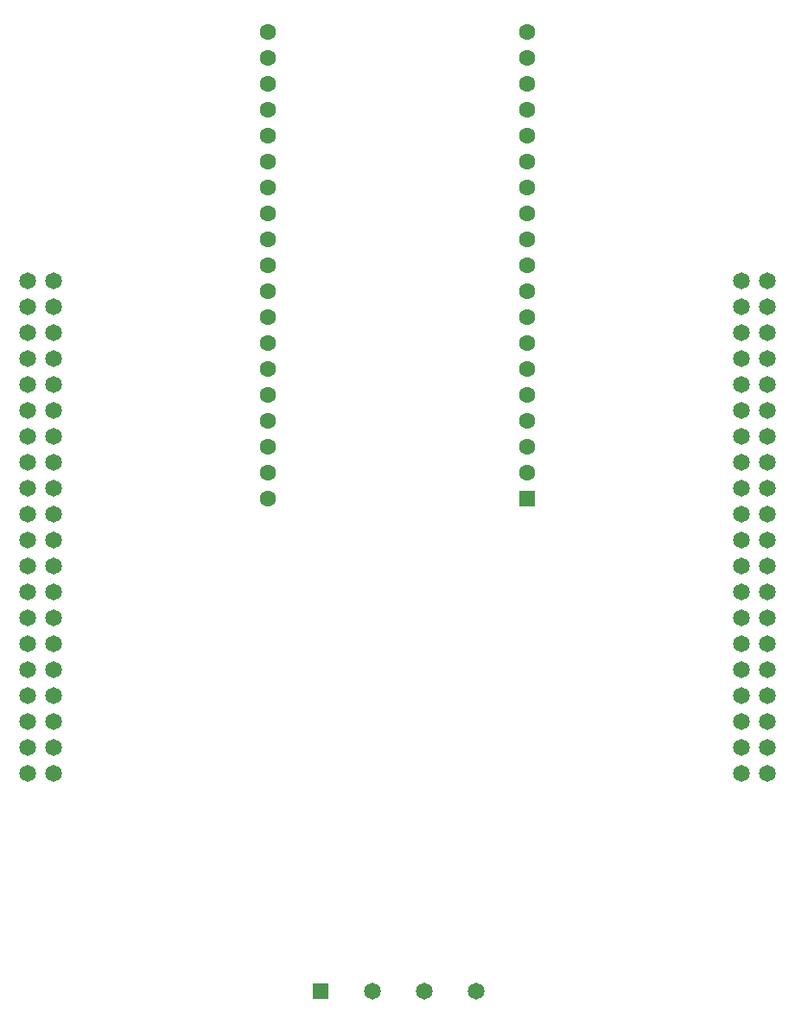
<source format=gbr>
%TF.GenerationSoftware,KiCad,Pcbnew,(5.1.9)-1*%
%TF.CreationDate,2021-10-25T22:56:29-04:00*%
%TF.ProjectId,ESP backpack,45535020-6261-4636-9b70-61636b2e6b69,rev?*%
%TF.SameCoordinates,Original*%
%TF.FileFunction,Soldermask,Bot*%
%TF.FilePolarity,Negative*%
%FSLAX46Y46*%
G04 Gerber Fmt 4.6, Leading zero omitted, Abs format (unit mm)*
G04 Created by KiCad (PCBNEW (5.1.9)-1) date 2021-10-25 22:56:29*
%MOMM*%
%LPD*%
G01*
G04 APERTURE LIST*
%ADD10R,1.560000X1.560000*%
%ADD11C,1.600000*%
%ADD12C,1.651000*%
%ADD13R,1.650000X1.650000*%
%ADD14C,1.650000*%
G04 APERTURE END LIST*
D10*
%TO.C,U1*%
X62700000Y-47260000D03*
D11*
X62700000Y-44720000D03*
X62700000Y-1540000D03*
X62700000Y-42180000D03*
X62700000Y-39640000D03*
X62700000Y-37100000D03*
X62700000Y-34560000D03*
X62700000Y-32020000D03*
X62700000Y-29480000D03*
X62700000Y-26940000D03*
X62700000Y-24400000D03*
X62700000Y-21860000D03*
X62700000Y-19320000D03*
X62700000Y-16780000D03*
X62700000Y-14240000D03*
X62700000Y-11700000D03*
X62700000Y-9160000D03*
X62700000Y-6620000D03*
X62700000Y-4080000D03*
X37300000Y-47260000D03*
X37300000Y-44720000D03*
X37300000Y-42180000D03*
X37300000Y-39640000D03*
X37300000Y-37100000D03*
X37300000Y-34560000D03*
X37300000Y-32020000D03*
X37300000Y-29480000D03*
X37300000Y-26940000D03*
X37300000Y-24400000D03*
X37300000Y-21860000D03*
X37300000Y-19320000D03*
X37300000Y-16780000D03*
X37300000Y-14240000D03*
X37300000Y-11700000D03*
X37300000Y-9160000D03*
X37300000Y-6620000D03*
X37300000Y-4080000D03*
X37300000Y-1540000D03*
%TD*%
D12*
%TO.C,J1*%
X16270000Y-74130000D03*
X13730000Y-74130000D03*
X16270000Y-71590000D03*
X13730000Y-71590000D03*
X16270000Y-69050000D03*
X13730000Y-69050000D03*
X16270000Y-66510000D03*
X13730000Y-66510000D03*
X16270000Y-63970000D03*
X13730000Y-63970000D03*
X16270000Y-61430000D03*
X13730000Y-61430000D03*
X16270000Y-58890000D03*
X13730000Y-58890000D03*
X16270000Y-56350000D03*
X13730000Y-56350000D03*
X16270000Y-53810000D03*
X13730000Y-53810000D03*
X16270000Y-51270000D03*
X13730000Y-51270000D03*
X16270000Y-48730000D03*
X13730000Y-48730000D03*
X16270000Y-46190000D03*
X13730000Y-46190000D03*
X16270000Y-43650000D03*
X13730000Y-43650000D03*
X16270000Y-41110000D03*
X13730000Y-41110000D03*
X16270000Y-38570000D03*
X13730000Y-38570000D03*
X16270000Y-36030000D03*
X13730000Y-36030000D03*
X16270000Y-33490000D03*
X13730000Y-33490000D03*
X16270000Y-30950000D03*
X13730000Y-30950000D03*
X16270000Y-28410000D03*
X13730000Y-28410000D03*
X16270000Y-25870000D03*
X13730000Y-25870000D03*
%TD*%
%TO.C,J2*%
X83730000Y-25870000D03*
X86270000Y-25870000D03*
X83730000Y-28410000D03*
X86270000Y-28410000D03*
X83730000Y-30950000D03*
X86270000Y-30950000D03*
X83730000Y-33490000D03*
X86270000Y-33490000D03*
X83730000Y-36030000D03*
X86270000Y-36030000D03*
X83730000Y-38570000D03*
X86270000Y-38570000D03*
X83730000Y-41110000D03*
X86270000Y-41110000D03*
X83730000Y-43650000D03*
X86270000Y-43650000D03*
X83730000Y-46190000D03*
X86270000Y-46190000D03*
X83730000Y-48730000D03*
X86270000Y-48730000D03*
X83730000Y-51270000D03*
X86270000Y-51270000D03*
X83730000Y-53810000D03*
X86270000Y-53810000D03*
X83730000Y-56350000D03*
X86270000Y-56350000D03*
X83730000Y-58890000D03*
X86270000Y-58890000D03*
X83730000Y-61430000D03*
X86270000Y-61430000D03*
X83730000Y-63970000D03*
X86270000Y-63970000D03*
X83730000Y-66510000D03*
X86270000Y-66510000D03*
X83730000Y-69050000D03*
X86270000Y-69050000D03*
X83730000Y-71590000D03*
X86270000Y-71590000D03*
X83730000Y-74130000D03*
X86270000Y-74130000D03*
%TD*%
D13*
%TO.C,5VDC_IN1*%
X42500000Y-95500000D03*
D14*
X47580000Y-95500000D03*
X52660000Y-95500000D03*
X57740000Y-95500000D03*
%TD*%
M02*

</source>
